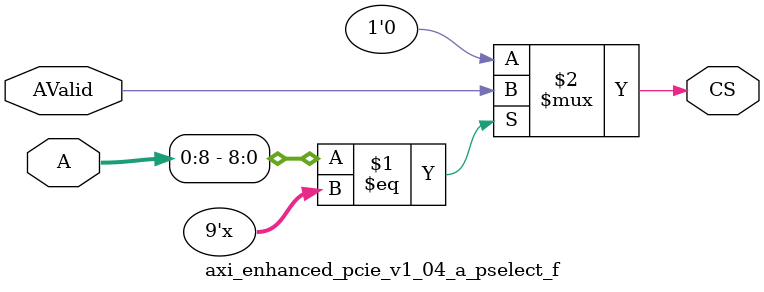
<source format=v>

`timescale 1ps/1ps

module axi_enhanced_pcie_v1_04_a_pselect_f #(
  parameter                   C_AB      = 9,
  parameter                   C_AW      = 32,
  parameter [0:C_AW - 1]      C_BAR     =  'bz,
  parameter                   C_FAMILY  = "nofamily"
)(
  input      [0:C_AW-1]       A, 
  input                       AValid,
  output                      CS
);

// Local Paramater declaration
//--------------------------
localparam [0:C_AB-1]BAR = C_BAR[0:C_AB-1];

//------------------------------------------------------------------------------
// Behavioral decoder
//------------------------------------------------------------------------------
generate
if (C_AB > 0) begin : XST_WA
  assign CS = (A[0:C_AB - 1] == BAR[0:C_AB - 1]) ? AValid : 1'b0 ;
end

if (C_AB == 0) begin : PASS_ON_GEN
  assign CS = AValid ;
end
endgenerate

endmodule

</source>
